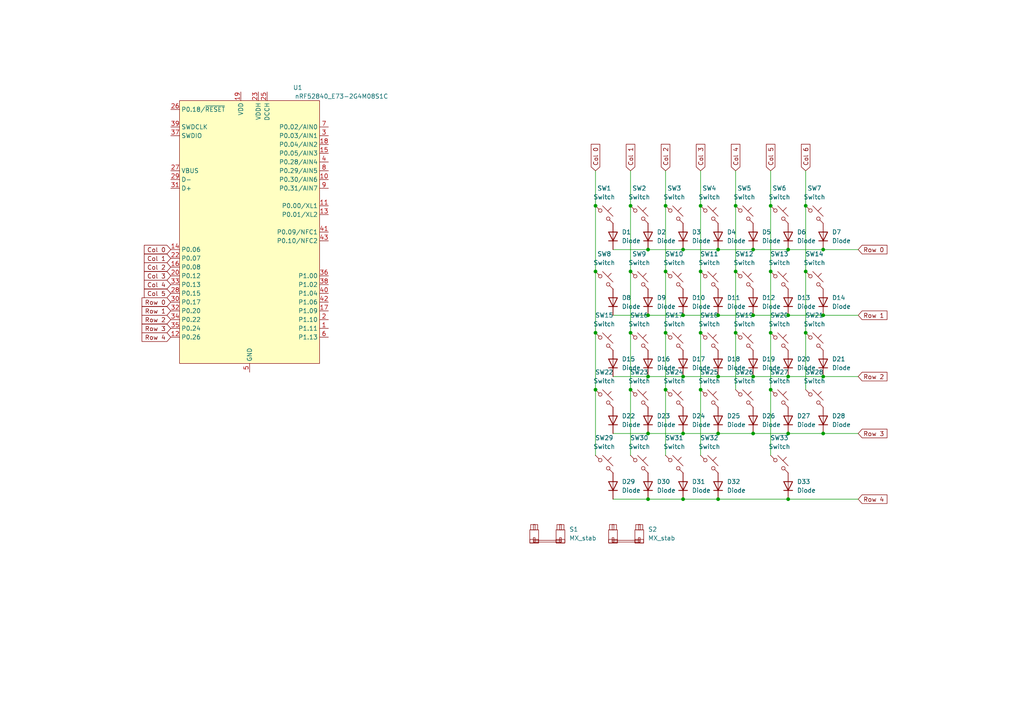
<source format=kicad_sch>
(kicad_sch (version 20231120) (generator "eeschema") (generator_version "8.0")
  (paper "A4")
  (lib_symbols
    (symbol "PCM_marbastlib-mx:MX_stab" (pin_names (offset 1.016))
      (property "Reference" "S" (at -5.08 6.35 0))
      (property "Value" "MX_stab" (at -5.08 3.81 0))
      (symbol "MX_stab_0_1"
        (rectangle (start -5.08 -1.524) (end -2.54 -2.54))
        (rectangle (start -5.08 1.27) (end -2.54 -2.54))
        (rectangle (start -4.826 2.794) (end -2.794 1.27))
        (rectangle (start -4.064 -2.286) (end -3.556 -1.016))
        (rectangle (start -4.064 -1.778) (end 4.064 -2.286))
        (rectangle (start -4.064 1.27) (end -3.556 2.794))
        (rectangle (start 2.54 -1.524) (end 5.08 -2.54))
        (rectangle (start 2.54 1.27) (end 5.08 -2.54))
        (rectangle (start 2.794 2.794) (end 4.826 1.27))
        (rectangle (start 3.556 1.27) (end 4.064 2.794))
        (rectangle (start 4.064 -2.286) (end 3.556 -1.016))
      )
    )
    (symbol "PCM_marbastlib-various:nRF52840_E73-2G4M08S1C"
      (property "Reference" "U" (at 13.97 41.91 0))
      (property "Value" "nRF52840_E73-2G4M08S1C" (at 26.67 39.37 0))
      (symbol "nRF52840_E73-2G4M08S1C_0_0"
        (pin bidirectional line (at 22.86 -27.94 180) (length 2.54) (name "P1.11") (number "1"))
        (pin power_in line (at 22.86 15.24 180) (length 2.54) (name "P0.30/AIN6") (number "10"))
        (pin bidirectional line (at 22.86 7.62 180) (length 2.54) (name "P0.00/XL1") (number "11"))
        (pin bidirectional line (at -22.86 -30.48 0) (length 2.54) (name "P0.26") (number "12"))
        (pin bidirectional line (at 22.86 5.08 180) (length 2.54) (name "P0.01/XL2") (number "13"))
        (pin bidirectional line (at -22.86 -5.08 0) (length 2.54) (name "P0.06") (number "14"))
        (pin bidirectional line (at 22.86 22.86 180) (length 2.54) (name "P0.05/AIN3") (number "15"))
        (pin bidirectional line (at -22.86 -10.16 0) (length 2.54) (name "P0.08") (number "16"))
        (pin bidirectional line (at 22.86 -22.86 180) (length 2.54) (name "P1.09") (number "17"))
        (pin bidirectional line (at 22.86 25.4 180) (length 2.54) (name "P0.04/AIN2") (number "18"))
        (pin bidirectional line (at -2.54 40.64 270) (length 2.54) (name "VDD") (number "19"))
        (pin bidirectional line (at 22.86 -25.4 180) (length 2.54) (name "P1.10") (number "2"))
        (pin bidirectional line (at -22.86 -12.7 0) (length 2.54) (name "P0.12") (number "20"))
        (pin bidirectional line (at -22.86 -7.62 0) (length 2.54) (name "P0.07") (number "22"))
        (pin bidirectional line (at 2.54 40.64 270) (length 2.54) (name "VDDH") (number "23"))
        (pin bidirectional line (at 5.08 40.64 270) (length 2.54) (name "DCCH") (number "25"))
        (pin input line (at -22.86 17.78 0) (length 2.54) (name "VBUS") (number "27"))
        (pin bidirectional line (at -22.86 -17.78 0) (length 2.54) (name "P0.15") (number "28"))
        (pin bidirectional line (at -22.86 15.24 0) (length 2.54) (name "D-") (number "29"))
        (pin bidirectional line (at 22.86 27.94 180) (length 2.54) (name "P0.03/AIN1") (number "3"))
        (pin bidirectional line (at -22.86 -20.32 0) (length 2.54) (name "P0.17") (number "30"))
        (pin bidirectional line (at -22.86 12.7 0) (length 2.54) (name "D+") (number "31"))
        (pin bidirectional line (at -22.86 -22.86 0) (length 2.54) (name "P0.20") (number "32"))
        (pin bidirectional line (at -22.86 -15.24 0) (length 2.54) (name "P0.13") (number "33"))
        (pin bidirectional line (at -22.86 -25.4 0) (length 2.54) (name "P0.22") (number "34"))
        (pin bidirectional line (at -22.86 -27.94 0) (length 2.54) (name "P0.24") (number "35"))
        (pin bidirectional line (at 22.86 -12.7 180) (length 2.54) (name "P1.00") (number "36"))
        (pin bidirectional line (at -22.86 27.94 0) (length 2.54) (name "SWDIO") (number "37"))
        (pin bidirectional line (at 22.86 -15.24 180) (length 2.54) (name "P1.02") (number "38"))
        (pin power_in line (at -22.86 30.48 0) (length 2.54) (name "SWDCLK") (number "39"))
        (pin bidirectional line (at 22.86 20.32 180) (length 2.54) (name "P0.28/AIN4") (number "4"))
        (pin bidirectional line (at 22.86 -17.78 180) (length 2.54) (name "P1.04") (number "40"))
        (pin bidirectional line (at 22.86 0 180) (length 2.54) (name "P0.09/NFC1") (number "41"))
        (pin power_in line (at 22.86 -20.32 180) (length 2.54) (name "P1.06") (number "42"))
        (pin power_in line (at 22.86 -2.54 180) (length 2.54) (name "P0.10/NFC2") (number "43"))
        (pin bidirectional line (at 22.86 -30.48 180) (length 2.54) (name "P1.13") (number "6"))
        (pin bidirectional line (at 22.86 30.48 180) (length 2.54) (name "P0.02/AIN0") (number "7"))
        (pin bidirectional line (at 22.86 17.78 180) (length 2.54) (name "P0.29/AIN5") (number "8"))
        (pin power_in line (at 22.86 12.7 180) (length 2.54) (name "P0.31/AIN7") (number "9"))
      )
      (symbol "nRF52840_E73-2G4M08S1C_0_1"
        (rectangle (start -20.32 38.1) (end 20.32 -38.1) (stroke (width 0.1524)) (fill (type background)))
      )
      (symbol "nRF52840_E73-2G4M08S1C_1_0"
        (pin passive line (at 0 -40.64 90) (length 2.54) hide (name "GND") (number "21"))
        (pin passive line (at 0 -40.64 90) (length 2.54) hide (name "GND") (number "24"))
        (pin bidirectional line (at -22.86 35.56 0) (length 2.54) (name "P0.18/~{RESET}") (number "26"))
        (pin power_in line (at 0 -40.64 90) (length 2.54) (name "GND") (number "5"))
      )
    )
    (symbol "ScottoKeebs:Placeholder_Diode" (pin_numbers hide) (pin_names hide)
      (property "Reference" "D" (at 0 2.54 0))
      (property "Value" "Diode" (at 0 -2.54 0))
      (symbol "Placeholder_Diode_0_1"
        (polyline (pts (xy -1.27 1.27) (xy -1.27 -1.27)) (stroke (width 0.254)))
        (polyline (pts (xy 1.27 0) (xy -1.27 0)))
        (polyline (pts (xy 1.27 1.27) (xy 1.27 -1.27) (xy -1.27 0) (xy 1.27 1.27)) (stroke (width 0.254)))
      )
      (symbol "Placeholder_Diode_1_1"
        (pin passive line (at -3.81 0 0) (length 2.54) (name "K") (number "1"))
        (pin passive line (at 3.81 0 180) (length 2.54) (name "A") (number "2"))
      )
    )
    (symbol "ScottoKeebs:Placeholder_Keyswitch" (pin_numbers hide) (pin_names (offset 1.016) hide)
      (property "Reference" "S" (at 3.048 1.016 0))
      (property "Value" "Keyswitch" (at 0 -3.81 0))
      (symbol "Placeholder_Keyswitch_0_1"
        (circle (center -1.1684 1.1684) (radius 0.508))
        (polyline (pts (xy -0.508 2.54) (xy 2.54 -0.508)))
        (polyline (pts (xy 1.016 1.016) (xy 2.032 2.032)))
        (polyline (pts (xy -2.54 2.54) (xy -1.524 1.524) (xy -1.524 1.524)))
        (polyline (pts (xy 1.524 -1.524) (xy 2.54 -2.54) (xy 2.54 -2.54) (xy 2.54 -2.54)))
        (circle (center 1.143 -1.1938) (radius 0.508))
        (pin passive line (at -2.54 2.54 0) (length 0) (name "1") (number "1"))
        (pin passive line (at 2.54 -2.54 180) (length 0) (name "2") (number "2"))
      )
    )
  )
  (junction (at 203.2 78.74))
  (junction (at 172.72 59.69))
  (junction (at 238.76 125.73))
  (junction (at 187.96 109.22))
  (junction (at 208.28 109.22))
  (junction (at 182.88 78.74))
  (junction (at 203.2 59.69))
  (junction (at 208.28 125.73))
  (junction (at 208.28 144.78))
  (junction (at 238.76 91.44))
  (junction (at 213.36 96.52))
  (junction (at 233.68 78.74))
  (junction (at 228.6 72.39))
  (junction (at 172.72 96.52))
  (junction (at 187.96 91.44))
  (junction (at 182.88 59.69))
  (junction (at 213.36 59.69))
  (junction (at 208.28 91.44))
  (junction (at 218.44 109.22))
  (junction (at 228.6 125.73))
  (junction (at 182.88 113.03))
  (junction (at 223.52 96.52))
  (junction (at 228.6 144.78))
  (junction (at 193.04 113.03))
  (junction (at 172.72 78.74))
  (junction (at 238.76 72.39))
  (junction (at 172.72 113.03))
  (junction (at 218.44 72.39))
  (junction (at 193.04 59.69))
  (junction (at 198.12 72.39))
  (junction (at 203.2 96.52))
  (junction (at 233.68 59.69))
  (junction (at 218.44 91.44))
  (junction (at 238.76 109.22))
  (junction (at 198.12 144.78))
  (junction (at 223.52 113.03))
  (junction (at 193.04 78.74))
  (junction (at 187.96 72.39))
  (junction (at 182.88 96.52))
  (junction (at 228.6 109.22))
  (junction (at 223.52 78.74))
  (junction (at 223.52 59.69))
  (junction (at 198.12 109.22))
  (junction (at 187.96 125.73))
  (junction (at 228.6 91.44))
  (junction (at 203.2 113.03))
  (junction (at 233.68 96.52))
  (junction (at 218.44 125.73))
  (junction (at 208.28 72.39))
  (junction (at 193.04 96.52))
  (junction (at 198.12 125.73))
  (junction (at 213.36 78.74))
  (junction (at 198.12 91.44))
  (junction (at 187.96 144.78))
  (wire (pts (xy 187.96 91.44) (xy 198.12 91.44)))
  (wire (pts (xy 233.68 78.74) (xy 233.68 96.52)))
  (wire (pts (xy 218.44 72.39) (xy 228.6 72.39)))
  (wire (pts (xy 248.92 125.73) (xy 238.76 125.73)))
  (wire (pts (xy 203.2 78.74) (xy 203.2 96.52)))
  (wire (pts (xy 182.88 113.03) (xy 182.88 132.08)))
  (wire (pts (xy 177.8 125.73) (xy 187.96 125.73)))
  (wire (pts (xy 193.04 96.52) (xy 193.04 113.03)))
  (wire (pts (xy 213.36 49.53) (xy 213.36 59.69)))
  (wire (pts (xy 218.44 72.39) (xy 208.28 72.39)))
  (wire (pts (xy 228.6 109.22) (xy 238.76 109.22)))
  (wire (pts (xy 177.8 144.78) (xy 187.96 144.78)))
  (wire (pts (xy 223.52 49.53) (xy 223.52 59.69)))
  (wire (pts (xy 182.88 96.52) (xy 182.88 113.03)))
  (wire (pts (xy 172.72 96.52) (xy 172.72 113.03)))
  (wire (pts (xy 198.12 91.44) (xy 208.28 91.44)))
  (wire (pts (xy 203.2 59.69) (xy 203.2 78.74)))
  (wire (pts (xy 218.44 91.44) (xy 228.6 91.44)))
  (wire (pts (xy 223.52 59.69) (xy 223.52 78.74)))
  (wire (pts (xy 177.8 109.22) (xy 187.96 109.22)))
  (wire (pts (xy 213.36 78.74) (xy 213.36 96.52)))
  (wire (pts (xy 172.72 113.03) (xy 172.72 132.08)))
  (wire (pts (xy 213.36 59.69) (xy 213.36 78.74)))
  (wire (pts (xy 198.12 109.22) (xy 208.28 109.22)))
  (wire (pts (xy 177.8 72.39) (xy 187.96 72.39)))
  (wire (pts (xy 208.28 125.73) (xy 218.44 125.73)))
  (wire (pts (xy 218.44 125.73) (xy 228.6 125.73)))
  (wire (pts (xy 203.2 96.52) (xy 203.2 113.03)))
  (wire (pts (xy 182.88 49.53) (xy 182.88 59.69)))
  (wire (pts (xy 198.12 125.73) (xy 208.28 125.73)))
  (wire (pts (xy 193.04 113.03) (xy 193.04 132.08)))
  (wire (pts (xy 182.88 78.74) (xy 182.88 96.52)))
  (wire (pts (xy 223.52 78.74) (xy 223.52 96.52)))
  (wire (pts (xy 228.6 125.73) (xy 238.76 125.73)))
  (wire (pts (xy 187.96 109.22) (xy 198.12 109.22)))
  (wire (pts (xy 187.96 72.39) (xy 198.12 72.39)))
  (wire (pts (xy 213.36 96.52) (xy 213.36 113.03)))
  (wire (pts (xy 233.68 96.52) (xy 233.68 113.03)))
  (wire (pts (xy 193.04 59.69) (xy 193.04 78.74)))
  (wire (pts (xy 208.28 91.44) (xy 218.44 91.44)))
  (wire (pts (xy 218.44 109.22) (xy 228.6 109.22)))
  (wire (pts (xy 182.88 59.69) (xy 182.88 78.74)))
  (wire (pts (xy 223.52 113.03) (xy 223.52 132.08)))
  (wire (pts (xy 233.68 49.53) (xy 233.68 59.69)))
  (wire (pts (xy 177.8 91.44) (xy 187.96 91.44)))
  (wire (pts (xy 187.96 125.73) (xy 198.12 125.73)))
  (wire (pts (xy 208.28 144.78) (xy 228.6 144.78)))
  (wire (pts (xy 172.72 49.53) (xy 172.72 59.69)))
  (wire (pts (xy 203.2 49.53) (xy 203.2 59.69)))
  (wire (pts (xy 228.6 91.44) (xy 238.76 91.44)))
  (wire (pts (xy 248.92 72.39) (xy 238.76 72.39)))
  (wire (pts (xy 238.76 72.39) (xy 228.6 72.39)))
  (wire (pts (xy 203.2 113.03) (xy 203.2 132.08)))
  (wire (pts (xy 228.6 144.78) (xy 248.92 144.78)))
  (wire (pts (xy 172.72 59.69) (xy 172.72 78.74)))
  (wire (pts (xy 248.92 109.22) (xy 238.76 109.22)))
  (wire (pts (xy 193.04 78.74) (xy 193.04 96.52)))
  (wire (pts (xy 187.96 144.78) (xy 198.12 144.78)))
  (wire (pts (xy 193.04 49.53) (xy 193.04 59.69)))
  (wire (pts (xy 172.72 78.74) (xy 172.72 96.52)))
  (wire (pts (xy 223.52 96.52) (xy 223.52 113.03)))
  (wire (pts (xy 233.68 59.69) (xy 233.68 78.74)))
  (wire (pts (xy 248.92 91.44) (xy 238.76 91.44)))
  (wire (pts (xy 198.12 144.78) (xy 208.28 144.78)))
  (wire (pts (xy 208.28 72.39) (xy 198.12 72.39)))
  (wire (pts (xy 208.28 109.22) (xy 218.44 109.22)))
  (global_label "Row 4" (shape input) (at 248.92 144.78 0) (property "Intersheetrefs" "${INTERSHEET_REFS}" (effects (hide yes))))
  (global_label "Row 3" (shape input) (at 49.53 95.25 180) (property "Intersheetrefs" "${INTERSHEET_REFS}" (effects (hide yes))))
  (global_label "Row 4" (shape input) (at 49.53 97.79 180) (property "Intersheetrefs" "${INTERSHEET_REFS}" (effects (hide yes))))
  (global_label "Col 4" (shape input) (at 49.53 82.55 180) (property "Intersheetrefs" "${INTERSHEET_REFS}" (effects (hide yes))))
  (global_label "Row 0" (shape input) (at 49.53 87.63 180) (property "Intersheetrefs" "${INTERSHEET_REFS}" (effects (hide yes))))
  (global_label "Row 1" (shape input) (at 49.53 90.17 180) (property "Intersheetrefs" "${INTERSHEET_REFS}" (effects (hide yes))))
  (global_label "Row 2" (shape input) (at 248.92 109.22 0) (property "Intersheetrefs" "${INTERSHEET_REFS}" (effects (hide yes))))
  (global_label "Row 2" (shape input) (at 49.53 92.71 180) (property "Intersheetrefs" "${INTERSHEET_REFS}" (effects (hide yes))))
  (global_label "Col 0" (shape input) (at 49.53 72.39 180) (property "Intersheetrefs" "${INTERSHEET_REFS}" (effects (hide yes))))
  (global_label "Col 3" (shape input) (at 49.53 80.01 180) (property "Intersheetrefs" "${INTERSHEET_REFS}" (effects (hide yes))))
  (global_label "Col 2" (shape input) (at 49.53 77.47 180) (property "Intersheetrefs" "${INTERSHEET_REFS}" (effects (hide yes))))
  (global_label "Col 1" (shape input) (at 49.53 74.93 180) (property "Intersheetrefs" "${INTERSHEET_REFS}" (effects (hide yes))))
  (global_label "Col 5" (shape input) (at 223.52 49.53 90) (property "Intersheetrefs" "${INTERSHEET_REFS}" (effects (hide yes))))
  (global_label "Col 0" (shape input) (at 172.72 49.53 90) (property "Intersheetrefs" "${INTERSHEET_REFS}" (effects (hide yes))))
  (global_label "Col 4" (shape input) (at 213.36 49.53 90) (property "Intersheetrefs" "${INTERSHEET_REFS}" (effects (hide yes))))
  (global_label "Col 3" (shape input) (at 203.2 49.53 90) (property "Intersheetrefs" "${INTERSHEET_REFS}" (effects (hide yes))))
  (global_label "Row 0" (shape input) (at 248.92 72.39 0) (property "Intersheetrefs" "${INTERSHEET_REFS}" (effects (hide yes))))
  (global_label "Col 2" (shape input) (at 193.04 49.53 90) (property "Intersheetrefs" "${INTERSHEET_REFS}" (effects (hide yes))))
  (global_label "Col 1" (shape input) (at 182.88 49.53 90) (property "Intersheetrefs" "${INTERSHEET_REFS}" (effects (hide yes))))
  (global_label "Row 1" (shape input) (at 248.92 91.44 0) (property "Intersheetrefs" "${INTERSHEET_REFS}" (effects (hide yes))))
  (global_label "Col 5" (shape input) (at 49.53 85.09 180) (property "Intersheetrefs" "${INTERSHEET_REFS}" (effects (hide yes))))
  (global_label "Row 3" (shape input) (at 248.92 125.73 0) (property "Intersheetrefs" "${INTERSHEET_REFS}" (effects (hide yes))))
  (global_label "Col 6" (shape input) (at 233.68 49.53 90) (property "Intersheetrefs" "${INTERSHEET_REFS}" (effects (hide yes))))
  (symbol (lib_id "ScottoKeebs:Placeholder_Keyswitch") (at 175.26 115.57 0) (unit 1)
    (property "Reference" "SW22" (at 175.26 107.95 0))
    (property "Value" "Switch" (at 175.26 110.49 0))
    (property "Footprint" "eaglevlib-mx:SW_MX_1u" (effects (hide yes)))
    (property "Description" "Push button switch, normally open, two pins, 45° tilted" (effects (hide yes)))
  )
  (symbol (lib_id "ScottoKeebs:Placeholder_Keyswitch") (at 215.9 62.23 0) (unit 1)
    (property "Reference" "SW5" (at 215.9 54.61 0))
    (property "Value" "Switch" (at 215.9 57.15 0))
    (property "Footprint" "eaglevlib-mx:SW_MX_1u" (effects (hide yes)))
    (property "Description" "Push button switch, normally open, two pins, 45° tilted" (effects (hide yes)))
  )
  (symbol (lib_id "ScottoKeebs:Placeholder_Diode") (at 177.8 105.41 90) (unit 1)
    (property "Reference" "D15" (at 180.34 104.1399 90) (effects (justify right)))
    (property "Value" "Diode" (at 180.34 106.6799 90) (effects (justify right)))
    (property "Footprint" "Diode_SMD:D_SOD-123" (effects (hide yes)))
    (property "Description" "1N4148 (DO-35) or 1N4148W (SOD-123)" (effects (hide yes)))
    (property "Sim.Device" "D" (effects (hide yes)))
    (property "Sim.Pins" "1=K 2=A" (effects (hide yes)))
  )
  (symbol (lib_id "ScottoKeebs:Placeholder_Diode") (at 208.28 140.97 90) (unit 1)
    (property "Reference" "D32" (at 210.82 139.6999 90) (effects (justify right)))
    (property "Value" "Diode" (at 210.82 142.2399 90) (effects (justify right)))
    (property "Footprint" "Diode_SMD:D_SOD-123" (effects (hide yes)))
    (property "Description" "1N4148 (DO-35) or 1N4148W (SOD-123)" (effects (hide yes)))
    (property "Sim.Device" "D" (effects (hide yes)))
    (property "Sim.Pins" "1=K 2=A" (effects (hide yes)))
  )
  (symbol (lib_id "ScottoKeebs:Placeholder_Diode") (at 208.28 87.63 90) (unit 1)
    (property "Reference" "D11" (at 210.82 86.3599 90) (effects (justify right)))
    (property "Value" "Diode" (at 210.82 88.8999 90) (effects (justify right)))
    (property "Footprint" "Diode_SMD:D_SOD-123" (effects (hide yes)))
    (property "Description" "1N4148 (DO-35) or 1N4148W (SOD-123)" (effects (hide yes)))
    (property "Sim.Device" "D" (effects (hide yes)))
    (property "Sim.Pins" "1=K 2=A" (effects (hide yes)))
  )
  (symbol (lib_id "ScottoKeebs:Placeholder_Keyswitch") (at 205.74 81.28 0) (unit 1)
    (property "Reference" "SW11" (at 205.74 73.66 0))
    (property "Value" "Switch" (at 205.74 76.2 0))
    (property "Footprint" "eaglevlib-mx:SW_MX_1u" (effects (hide yes)))
    (property "Description" "Push button switch, normally open, two pins, 45° tilted" (effects (hide yes)))
  )
  (symbol (lib_id "ScottoKeebs:Placeholder_Keyswitch") (at 226.06 134.62 0) (unit 1)
    (property "Reference" "SW33" (at 226.06 127 0))
    (property "Value" "Switch" (at 226.06 129.54 0))
    (property "Footprint" "eaglevlib-mx:SW_MX_1u" (effects (hide yes)))
    (property "Description" "Push button switch, normally open, two pins, 45° tilted" (effects (hide yes)))
  )
  (symbol (lib_id "ScottoKeebs:Placeholder_Keyswitch") (at 215.9 81.28 0) (unit 1)
    (property "Reference" "SW12" (at 215.9 73.66 0))
    (property "Value" "Switch" (at 215.9 76.2 0))
    (property "Footprint" "eaglevlib-mx:SW_MX_1u" (effects (hide yes)))
    (property "Description" "Push button switch, normally open, two pins, 45° tilted" (effects (hide yes)))
  )
  (symbol (lib_id "PCM_marbastlib-mx:MX_stab") (at 158.75 154.94 0) (unit 1)
    (property "Reference" "S1" (at 165.1 153.5429 0) (effects (justify left)))
    (property "Value" "MX_stab" (at 165.1 156.0829 0) (effects (justify left)))
    (property "Footprint" "eaglevlib-mx:STAB_MX_2.25u" (effects (hide yes)))
    (property "Description" "Cherry MX-style stabilizer" (effects (hide yes)))
  )
  (symbol (lib_id "ScottoKeebs:Placeholder_Diode") (at 228.6 68.58 90) (unit 1)
    (property "Reference" "D6" (at 231.14 67.3099 90) (effects (justify right)))
    (property "Value" "Diode" (at 231.14 69.8499 90) (effects (justify right)))
    (property "Footprint" "Diode_SMD:D_SOD-123" (effects (hide yes)))
    (property "Description" "1N4148 (DO-35) or 1N4148W (SOD-123)" (effects (hide yes)))
    (property "Sim.Device" "D" (effects (hide yes)))
    (property "Sim.Pins" "1=K 2=A" (effects (hide yes)))
  )
  (symbol (lib_id "ScottoKeebs:Placeholder_Diode") (at 228.6 140.97 90) (unit 1)
    (property "Reference" "D33" (at 231.14 139.6999 90) (effects (justify right)))
    (property "Value" "Diode" (at 231.14 142.2399 90) (effects (justify right)))
    (property "Footprint" "Diode_SMD:D_SOD-123" (effects (hide yes)))
    (property "Description" "1N4148 (DO-35) or 1N4148W (SOD-123)" (effects (hide yes)))
    (property "Sim.Device" "D" (effects (hide yes)))
    (property "Sim.Pins" "1=K 2=A" (effects (hide yes)))
  )
  (symbol (lib_id "ScottoKeebs:Placeholder_Diode") (at 198.12 105.41 90) (unit 1)
    (property "Reference" "D17" (at 200.66 104.1399 90) (effects (justify right)))
    (property "Value" "Diode" (at 200.66 106.6799 90) (effects (justify right)))
    (property "Footprint" "Diode_SMD:D_SOD-123" (effects (hide yes)))
    (property "Description" "1N4148 (DO-35) or 1N4148W (SOD-123)" (effects (hide yes)))
    (property "Sim.Device" "D" (effects (hide yes)))
    (property "Sim.Pins" "1=K 2=A" (effects (hide yes)))
  )
  (symbol (lib_id "ScottoKeebs:Placeholder_Keyswitch") (at 185.42 134.62 0) (unit 1)
    (property "Reference" "SW30" (at 185.42 127 0))
    (property "Value" "Switch" (at 185.42 129.54 0))
    (property "Footprint" "eaglevlib-mx:SW_MX_1.25u" (effects (hide yes)))
    (property "Description" "Push button switch, normally open, two pins, 45° tilted" (effects (hide yes)))
  )
  (symbol (lib_id "ScottoKeebs:Placeholder_Keyswitch") (at 205.74 62.23 0) (unit 1)
    (property "Reference" "SW4" (at 205.74 54.61 0))
    (property "Value" "Switch" (at 205.74 57.15 0))
    (property "Footprint" "eaglevlib-mx:SW_MX_1u" (effects (hide yes)))
    (property "Description" "Push button switch, normally open, two pins, 45° tilted" (effects (hide yes)))
  )
  (symbol (lib_id "ScottoKeebs:Placeholder_Diode") (at 198.12 140.97 90) (unit 1)
    (property "Reference" "D31" (at 200.66 139.6999 90) (effects (justify right)))
    (property "Value" "Diode" (at 200.66 142.2399 90) (effects (justify right)))
    (property "Footprint" "Diode_SMD:D_SOD-123" (effects (hide yes)))
    (property "Description" "1N4148 (DO-35) or 1N4148W (SOD-123)" (effects (hide yes)))
    (property "Sim.Device" "D" (effects (hide yes)))
    (property "Sim.Pins" "1=K 2=A" (effects (hide yes)))
  )
  (symbol (lib_id "ScottoKeebs:Placeholder_Diode") (at 218.44 105.41 90) (unit 1)
    (property "Reference" "D19" (at 220.98 104.1399 90) (effects (justify right)))
    (property "Value" "Diode" (at 220.98 106.6799 90) (effects (justify right)))
    (property "Footprint" "Diode_SMD:D_SOD-123" (effects (hide yes)))
    (property "Description" "1N4148 (DO-35) or 1N4148W (SOD-123)" (effects (hide yes)))
    (property "Sim.Device" "D" (effects (hide yes)))
    (property "Sim.Pins" "1=K 2=A" (effects (hide yes)))
  )
  (symbol (lib_id "ScottoKeebs:Placeholder_Diode") (at 238.76 87.63 90) (unit 1)
    (property "Reference" "D14" (at 241.3 86.3599 90) (effects (justify right)))
    (property "Value" "Diode" (at 241.3 88.8999 90) (effects (justify right)))
    (property "Footprint" "Diode_SMD:D_SOD-123" (effects (hide yes)))
    (property "Description" "1N4148 (DO-35) or 1N4148W (SOD-123)" (effects (hide yes)))
    (property "Sim.Device" "D" (effects (hide yes)))
    (property "Sim.Pins" "1=K 2=A" (effects (hide yes)))
  )
  (symbol (lib_id "ScottoKeebs:Placeholder_Keyswitch") (at 226.06 81.28 0) (unit 1)
    (property "Reference" "SW13" (at 226.06 73.66 0))
    (property "Value" "Switch" (at 226.06 76.2 0))
    (property "Footprint" "eaglevlib-mx:SW_MX_1u" (effects (hide yes)))
    (property "Description" "Push button switch, normally open, two pins, 45° tilted" (effects (hide yes)))
  )
  (symbol (lib_id "ScottoKeebs:Placeholder_Keyswitch") (at 205.74 134.62 0) (unit 1)
    (property "Reference" "SW32" (at 205.74 127 0))
    (property "Value" "Switch" (at 205.74 129.54 0))
    (property "Footprint" "eaglevlib-mx:SW_MX_1.25u" (effects (hide yes)))
    (property "Description" "Push button switch, normally open, two pins, 45° tilted" (effects (hide yes)))
  )
  (symbol (lib_id "ScottoKeebs:Placeholder_Diode") (at 228.6 121.92 90) (unit 1)
    (property "Reference" "D27" (at 231.14 120.6499 90) (effects (justify right)))
    (property "Value" "Diode" (at 231.14 123.1899 90) (effects (justify right)))
    (property "Footprint" "Diode_SMD:D_SOD-123" (effects (hide yes)))
    (property "Description" "1N4148 (DO-35) or 1N4148W (SOD-123)" (effects (hide yes)))
    (property "Sim.Device" "D" (effects (hide yes)))
    (property "Sim.Pins" "1=K 2=A" (effects (hide yes)))
  )
  (symbol (lib_id "ScottoKeebs:Placeholder_Keyswitch") (at 236.22 62.23 0) (unit 1)
    (property "Reference" "SW7" (at 236.22 54.61 0))
    (property "Value" "Switch" (at 236.22 57.15 0))
    (property "Footprint" "eaglevlib-mx:SW_MX_1u" (effects (hide yes)))
    (property "Description" "Push button switch, normally open, two pins, 45° tilted" (effects (hide yes)))
  )
  (symbol (lib_id "ScottoKeebs:Placeholder_Keyswitch") (at 236.22 81.28 0) (unit 1)
    (property "Reference" "SW14" (at 236.22 73.66 0))
    (property "Value" "Switch" (at 236.22 76.2 0))
    (property "Footprint" "eaglevlib-mx:SW_MX_1u" (effects (hide yes)))
    (property "Description" "Push button switch, normally open, two pins, 45° tilted" (effects (hide yes)))
  )
  (symbol (lib_id "ScottoKeebs:Placeholder_Diode") (at 208.28 121.92 90) (unit 1)
    (property "Reference" "D25" (at 210.82 120.6499 90) (effects (justify right)))
    (property "Value" "Diode" (at 210.82 123.1899 90) (effects (justify right)))
    (property "Footprint" "Diode_SMD:D_SOD-123" (effects (hide yes)))
    (property "Description" "1N4148 (DO-35) or 1N4148W (SOD-123)" (effects (hide yes)))
    (property "Sim.Device" "D" (effects (hide yes)))
    (property "Sim.Pins" "1=K 2=A" (effects (hide yes)))
  )
  (symbol (lib_id "PCM_marbastlib-mx:MX_stab") (at 181.61 154.94 0) (unit 1)
    (property "Reference" "S2" (at 187.96 153.5429 0) (effects (justify left)))
    (property "Value" "MX_stab" (at 187.96 156.0829 0) (effects (justify left)))
    (property "Footprint" "eaglevlib-mx:STAB_MX_2.75u" (effects (hide yes)))
    (property "Description" "Cherry MX-style stabilizer" (effects (hide yes)))
  )
  (symbol (lib_id "ScottoKeebs:Placeholder_Keyswitch") (at 215.9 115.57 0) (unit 1)
    (property "Reference" "SW26" (at 215.9 107.95 0))
    (property "Value" "Switch" (at 215.9 110.49 0))
    (property "Footprint" "eaglevlib-mx:SW_MX_1u" (effects (hide yes)))
    (property "Description" "Push button switch, normally open, two pins, 45° tilted" (effects (hide yes)))
  )
  (symbol (lib_id "ScottoKeebs:Placeholder_Diode") (at 187.96 140.97 90) (unit 1)
    (property "Reference" "D30" (at 190.5 139.6999 90) (effects (justify right)))
    (property "Value" "Diode" (at 190.5 142.2399 90) (effects (justify right)))
    (property "Footprint" "Diode_SMD:D_SOD-123" (effects (hide yes)))
    (property "Description" "1N4148 (DO-35) or 1N4148W (SOD-123)" (effects (hide yes)))
    (property "Sim.Device" "D" (effects (hide yes)))
    (property "Sim.Pins" "1=K 2=A" (effects (hide yes)))
  )
  (symbol (lib_id "ScottoKeebs:Placeholder_Keyswitch") (at 226.06 62.23 0) (unit 1)
    (property "Reference" "SW6" (at 226.06 54.61 0))
    (property "Value" "Switch" (at 226.06 57.15 0))
    (property "Footprint" "eaglevlib-mx:SW_MX_1u" (effects (hide yes)))
    (property "Description" "Push button switch, normally open, two pins, 45° tilted" (effects (hide yes)))
  )
  (symbol (lib_id "ScottoKeebs:Placeholder_Keyswitch") (at 205.74 99.06 0) (unit 1)
    (property "Reference" "SW18" (at 205.74 91.44 0))
    (property "Value" "Switch" (at 205.74 93.98 0))
    (property "Footprint" "eaglevlib-mx:SW_MX_1u" (effects (hide yes)))
    (property "Description" "Push button switch, normally open, two pins, 45° tilted" (effects (hide yes)))
  )
  (symbol (lib_id "ScottoKeebs:Placeholder_Diode") (at 198.12 121.92 90) (unit 1)
    (property "Reference" "D24" (at 200.66 120.6499 90) (effects (justify right)))
    (property "Value" "Diode" (at 200.66 123.1899 90) (effects (justify right)))
    (property "Footprint" "Diode_SMD:D_SOD-123" (effects (hide yes)))
    (property "Description" "1N4148 (DO-35) or 1N4148W (SOD-123)" (effects (hide yes)))
    (property "Sim.Device" "D" (effects (hide yes)))
    (property "Sim.Pins" "1=K 2=A" (effects (hide yes)))
  )
  (symbol (lib_id "ScottoKeebs:Placeholder_Diode") (at 187.96 87.63 90) (unit 1)
    (property "Reference" "D9" (at 190.5 86.3599 90) (effects (justify right)))
    (property "Value" "Diode" (at 190.5 88.8999 90) (effects (justify right)))
    (property "Footprint" "Diode_SMD:D_SOD-123" (effects (hide yes)))
    (property "Description" "1N4148 (DO-35) or 1N4148W (SOD-123)" (effects (hide yes)))
    (property "Sim.Device" "D" (effects (hide yes)))
    (property "Sim.Pins" "1=K 2=A" (effects (hide yes)))
  )
  (symbol (lib_id "ScottoKeebs:Placeholder_Diode") (at 218.44 68.58 90) (unit 1)
    (property "Reference" "D5" (at 220.98 67.3099 90) (effects (justify right)))
    (property "Value" "Diode" (at 220.98 69.8499 90) (effects (justify right)))
    (property "Footprint" "Diode_SMD:D_SOD-123" (effects (hide yes)))
    (property "Description" "1N4148 (DO-35) or 1N4148W (SOD-123)" (effects (hide yes)))
    (property "Sim.Device" "D" (effects (hide yes)))
    (property "Sim.Pins" "1=K 2=A" (effects (hide yes)))
  )
  (symbol (lib_id "ScottoKeebs:Placeholder_Diode") (at 218.44 121.92 90) (unit 1)
    (property "Reference" "D26" (at 220.98 120.6499 90) (effects (justify right)))
    (property "Value" "Diode" (at 220.98 123.1899 90) (effects (justify right)))
    (property "Footprint" "Diode_SMD:D_SOD-123" (effects (hide yes)))
    (property "Description" "1N4148 (DO-35) or 1N4148W (SOD-123)" (effects (hide yes)))
    (property "Sim.Device" "D" (effects (hide yes)))
    (property "Sim.Pins" "1=K 2=A" (effects (hide yes)))
  )
  (symbol (lib_id "ScottoKeebs:Placeholder_Keyswitch") (at 215.9 99.06 0) (unit 1)
    (property "Reference" "SW19" (at 215.9 91.44 0))
    (property "Value" "Switch" (at 215.9 93.98 0))
    (property "Footprint" "eaglevlib-mx:SW_MX_1u" (effects (hide yes)))
    (property "Description" "Push button switch, normally open, two pins, 45° tilted" (effects (hide yes)))
  )
  (symbol (lib_id "ScottoKeebs:Placeholder_Diode") (at 198.12 68.58 90) (unit 1)
    (property "Reference" "D3" (at 200.66 67.3099 90) (effects (justify right)))
    (property "Value" "Diode" (at 200.66 69.8499 90) (effects (justify right)))
    (property "Footprint" "Diode_SMD:D_SOD-123" (effects (hide yes)))
    (property "Description" "1N4148 (DO-35) or 1N4148W (SOD-123)" (effects (hide yes)))
    (property "Sim.Device" "D" (effects (hide yes)))
    (property "Sim.Pins" "1=K 2=A" (effects (hide yes)))
  )
  (symbol (lib_id "ScottoKeebs:Placeholder_Diode") (at 177.8 87.63 90) (unit 1)
    (property "Reference" "D8" (at 180.34 86.3599 90) (effects (justify right)))
    (property "Value" "Diode" (at 180.34 88.8999 90) (effects (justify right)))
    (property "Footprint" "Diode_SMD:D_SOD-123" (effects (hide yes)))
    (property "Description" "1N4148 (DO-35) or 1N4148W (SOD-123)" (effects (hide yes)))
    (property "Sim.Device" "D" (effects (hide yes)))
    (property "Sim.Pins" "1=K 2=A" (effects (hide yes)))
  )
  (symbol (lib_id "ScottoKeebs:Placeholder_Diode") (at 208.28 68.58 90) (unit 1)
    (property "Reference" "D4" (at 210.82 67.3099 90) (effects (justify right)))
    (property "Value" "Diode" (at 210.82 69.8499 90) (effects (justify right)))
    (property "Footprint" "Diode_SMD:D_SOD-123" (effects (hide yes)))
    (property "Description" "1N4148 (DO-35) or 1N4148W (SOD-123)" (effects (hide yes)))
    (property "Sim.Device" "D" (effects (hide yes)))
    (property "Sim.Pins" "1=K 2=A" (effects (hide yes)))
  )
  (symbol (lib_id "ScottoKeebs:Placeholder_Keyswitch") (at 185.42 81.28 0) (unit 1)
    (property "Reference" "SW9" (at 185.42 73.66 0))
    (property "Value" "Switch" (at 185.42 76.2 0))
    (property "Footprint" "eaglevlib-mx:SW_MX_1.5u" (effects (hide yes)))
    (property "Description" "Push button switch, normally open, two pins, 45° tilted" (effects (hide yes)))
  )
  (symbol (lib_id "ScottoKeebs:Placeholder_Diode") (at 187.96 105.41 90) (unit 1)
    (property "Reference" "D16" (at 190.5 104.1399 90) (effects (justify right)))
    (property "Value" "Diode" (at 190.5 106.6799 90) (effects (justify right)))
    (property "Footprint" "Diode_SMD:D_SOD-123" (effects (hide yes)))
    (property "Description" "1N4148 (DO-35) or 1N4148W (SOD-123)" (effects (hide yes)))
    (property "Sim.Device" "D" (effects (hide yes)))
    (property "Sim.Pins" "1=K 2=A" (effects (hide yes)))
  )
  (symbol (lib_id "ScottoKeebs:Placeholder_Diode") (at 218.44 87.63 90) (unit 1)
    (property "Reference" "D12" (at 220.98 86.3599 90) (effects (justify right)))
    (property "Value" "Diode" (at 220.98 88.8999 90) (effects (justify right)))
    (property "Footprint" "Diode_SMD:D_SOD-123" (effects (hide yes)))
    (property "Description" "1N4148 (DO-35) or 1N4148W (SOD-123)" (effects (hide yes)))
    (property "Sim.Device" "D" (effects (hide yes)))
    (property "Sim.Pins" "1=K 2=A" (effects (hide yes)))
  )
  (symbol (lib_id "ScottoKeebs:Placeholder_Keyswitch") (at 226.06 115.57 0) (unit 1)
    (property "Reference" "SW27" (at 226.06 107.95 0))
    (property "Value" "Switch" (at 226.06 110.49 0))
    (property "Footprint" "eaglevlib-mx:SW_MX_1u" (effects (hide yes)))
    (property "Description" "Push button switch, normally open, two pins, 45° tilted" (effects (hide yes)))
  )
  (symbol (lib_id "ScottoKeebs:Placeholder_Keyswitch") (at 175.26 62.23 0) (unit 1)
    (property "Reference" "SW1" (at 175.26 54.61 0))
    (property "Value" "Switch" (at 175.26 57.15 0))
    (property "Footprint" "eaglevlib-mx:SW_MX_1u" (effects (hide yes)))
    (property "Description" "Push button switch, normally open, two pins, 45° tilted" (effects (hide yes)))
  )
  (symbol (lib_id "ScottoKeebs:Placeholder_Diode") (at 177.8 121.92 90) (unit 1)
    (property "Reference" "D22" (at 180.34 120.6499 90) (effects (justify right)))
    (property "Value" "Diode" (at 180.34 123.1899 90) (effects (justify right)))
    (property "Footprint" "Diode_SMD:D_SOD-123" (effects (hide yes)))
    (property "Description" "1N4148 (DO-35) or 1N4148W (SOD-123)" (effects (hide yes)))
    (property "Sim.Device" "D" (effects (hide yes)))
    (property "Sim.Pins" "1=K 2=A" (effects (hide yes)))
  )
  (symbol (lib_id "ScottoKeebs:Placeholder_Diode") (at 177.8 140.97 90) (unit 1)
    (property "Reference" "D29" (at 180.34 139.6999 90) (effects (justify right)))
    (property "Value" "Diode" (at 180.34 142.2399 90) (effects (justify right)))
    (property "Footprint" "Diode_SMD:D_SOD-123" (effects (hide yes)))
    (property "Description" "1N4148 (DO-35) or 1N4148W (SOD-123)" (effects (hide yes)))
    (property "Sim.Device" "D" (effects (hide yes)))
    (property "Sim.Pins" "1=K 2=A" (effects (hide yes)))
  )
  (symbol (lib_id "ScottoKeebs:Placeholder_Keyswitch") (at 185.42 62.23 0) (unit 1)
    (property "Reference" "SW2" (at 185.42 54.61 0))
    (property "Value" "Switch" (at 185.42 57.15 0))
    (property "Footprint" "eaglevlib-mx:SW_MX_1u" (effects (hide yes)))
    (property "Description" "Push button switch, normally open, two pins, 45° tilted" (effects (hide yes)))
  )
  (symbol (lib_id "ScottoKeebs:Placeholder_Diode") (at 228.6 105.41 90) (unit 1)
    (property "Reference" "D20" (at 231.14 104.1399 90) (effects (justify right)))
    (property "Value" "Diode" (at 231.14 106.6799 90) (effects (justify right)))
    (property "Footprint" "Diode_SMD:D_SOD-123" (effects (hide yes)))
    (property "Description" "1N4148 (DO-35) or 1N4148W (SOD-123)" (effects (hide yes)))
    (property "Sim.Device" "D" (effects (hide yes)))
    (property "Sim.Pins" "1=K 2=A" (effects (hide yes)))
  )
  (symbol (lib_id "ScottoKeebs:Placeholder_Keyswitch") (at 195.58 81.28 0) (unit 1)
    (property "Reference" "SW10" (at 195.58 73.66 0))
    (property "Value" "Switch" (at 195.58 76.2 0))
    (property "Footprint" "eaglevlib-mx:SW_MX_1u" (effects (hide yes)))
    (property "Description" "Push button switch, normally open, two pins, 45° tilted" (effects (hide yes)))
  )
  (symbol (lib_id "ScottoKeebs:Placeholder_Keyswitch") (at 226.06 99.06 0) (unit 1)
    (property "Reference" "SW20" (at 226.06 91.44 0))
    (property "Value" "Switch" (at 226.06 93.98 0))
    (property "Footprint" "eaglevlib-mx:SW_MX_1u" (effects (hide yes)))
    (property "Description" "Push button switch, normally open, two pins, 45° tilted" (effects (hide yes)))
  )
  (symbol (lib_id "ScottoKeebs:Placeholder_Keyswitch") (at 185.42 115.57 0) (unit 1)
    (property "Reference" "SW23" (at 185.42 107.95 0))
    (property "Value" "Switch" (at 185.42 110.49 0))
    (property "Footprint" "eaglevlib-mx:SW_MX_1u" (effects (hide yes)))
    (property "Description" "Push button switch, normally open, two pins, 45° tilted" (effects (hide yes)))
  )
  (symbol (lib_id "ScottoKeebs:Placeholder_Keyswitch") (at 175.26 99.06 0) (unit 1)
    (property "Reference" "SW15" (at 175.26 91.44 0))
    (property "Value" "Switch" (at 175.26 93.98 0))
    (property "Footprint" "eaglevlib-mx:SW_MX_1u" (effects (hide yes)))
    (property "Description" "Push button switch, normally open, two pins, 45° tilted" (effects (hide yes)))
  )
  (symbol (lib_id "ScottoKeebs:Placeholder_Keyswitch") (at 175.26 134.62 0) (unit 1)
    (property "Reference" "SW29" (at 175.26 127 0))
    (property "Value" "Switch" (at 175.26 129.54 0))
    (property "Footprint" "eaglevlib-mx:SW_MX_1u" (effects (hide yes)))
    (property "Description" "Push button switch, normally open, two pins, 45° tilted" (effects (hide yes)))
  )
  (symbol (lib_id "ScottoKeebs:Placeholder_Keyswitch") (at 175.26 81.28 0) (unit 1)
    (property "Reference" "SW8" (at 175.26 73.66 0))
    (property "Value" "Switch" (at 175.26 76.2 0))
    (property "Footprint" "eaglevlib-mx:SW_MX_1u" (effects (hide yes)))
    (property "Description" "Push button switch, normally open, two pins, 45° tilted" (effects (hide yes)))
  )
  (symbol (lib_id "ScottoKeebs:Placeholder_Diode") (at 238.76 68.58 90) (unit 1)
    (property "Reference" "D7" (at 241.3 67.3099 90) (effects (justify right)))
    (property "Value" "Diode" (at 241.3 69.8499 90) (effects (justify right)))
    (property "Footprint" "Diode_SMD:D_SOD-123" (effects (hide yes)))
    (property "Description" "1N4148 (DO-35) or 1N4148W (SOD-123)" (effects (hide yes)))
    (property "Sim.Device" "D" (effects (hide yes)))
    (property "Sim.Pins" "1=K 2=A" (effects (hide yes)))
  )
  (symbol (lib_id "ScottoKeebs:Placeholder_Diode") (at 238.76 105.41 90) (unit 1)
    (property "Reference" "D21" (at 241.3 104.1399 90) (effects (justify right)))
    (property "Value" "Diode" (at 241.3 106.6799 90) (effects (justify right)))
    (property "Footprint" "Diode_SMD:D_SOD-123" (effects (hide yes)))
    (property "Description" "1N4148 (DO-35) or 1N4148W (SOD-123)" (effects (hide yes)))
    (property "Sim.Device" "D" (effects (hide yes)))
    (property "Sim.Pins" "1=K 2=A" (effects (hide yes)))
  )
  (symbol (lib_id "ScottoKeebs:Placeholder_Keyswitch") (at 185.42 99.06 0) (unit 1)
    (property "Reference" "SW16" (at 185.42 91.44 0))
    (property "Value" "Switch" (at 185.42 93.98 0))
    (property "Footprint" "eaglevlib-mx:SW_MX_CapsLock" (effects (hide yes)))
    (property "Description" "Push button switch, normally open, two pins, 45° tilted" (effects (hide yes)))
  )
  (symbol (lib_id "ScottoKeebs:Placeholder_Diode") (at 228.6 87.63 90) (unit 1)
    (property "Reference" "D13" (at 231.14 86.3599 90) (effects (justify right)))
    (property "Value" "Diode" (at 231.14 88.8999 90) (effects (justify right)))
    (property "Footprint" "Diode_SMD:D_SOD-123" (effects (hide yes)))
    (property "Description" "1N4148 (DO-35) or 1N4148W (SOD-123)" (effects (hide yes)))
    (property "Sim.Device" "D" (effects (hide yes)))
    (property "Sim.Pins" "1=K 2=A" (effects (hide yes)))
  )
  (symbol (lib_id "ScottoKeebs:Placeholder_Keyswitch") (at 195.58 99.06 0) (unit 1)
    (property "Reference" "SW17" (at 195.58 91.44 0))
    (property "Value" "Switch" (at 195.58 93.98 0))
    (property "Footprint" "eaglevlib-mx:SW_MX_1u" (effects (hide yes)))
    (property "Description" "Push button switch, normally open, two pins, 45° tilted" (effects (hide yes)))
  )
  (symbol (lib_id "ScottoKeebs:Placeholder_Keyswitch") (at 195.58 134.62 0) (unit 1)
    (property "Reference" "SW31" (at 195.58 127 0))
    (property "Value" "Switch" (at 195.58 129.54 0))
    (property "Footprint" "eaglevlib-mx:SW_MX_1.25u" (effects (hide yes)))
    (property "Description" "Push button switch, normally open, two pins, 45° tilted" (effects (hide yes)))
  )
  (symbol (lib_id "ScottoKeebs:Placeholder_Keyswitch") (at 205.74 115.57 0) (unit 1)
    (property "Reference" "SW25" (at 205.74 107.95 0))
    (property "Value" "Switch" (at 205.74 110.49 0))
    (property "Footprint" "eaglevlib-mx:SW_MX_1u" (effects (hide yes)))
    (property "Description" "Push button switch, normally open, two pins, 45° tilted" (effects (hide yes)))
  )
  (symbol (lib_id "ScottoKeebs:Placeholder_Keyswitch") (at 195.58 62.23 0) (unit 1)
    (property "Reference" "SW3" (at 195.58 54.61 0))
    (property "Value" "Switch" (at 195.58 57.15 0))
    (property "Footprint" "eaglevlib-mx:SW_MX_1u" (effects (hide yes)))
    (property "Description" "Push button switch, normally open, two pins, 45° tilted" (effects (hide yes)))
  )
  (symbol (lib_id "ScottoKeebs:Placeholder_Diode") (at 187.96 68.58 90) (unit 1)
    (property "Reference" "D2" (at 190.5 67.3099 90) (effects (justify right)))
    (property "Value" "Diode" (at 190.5 69.8499 90) (effects (justify right)))
    (property "Footprint" "Diode_SMD:D_SOD-123" (effects (hide yes)))
    (property "Description" "1N4148 (DO-35) or 1N4148W (SOD-123)" (effects (hide yes)))
    (property "Sim.Device" "D" (effects (hide yes)))
    (property "Sim.Pins" "1=K 2=A" (effects (hide yes)))
  )
  (symbol (lib_id "ScottoKeebs:Placeholder_Diode") (at 187.96 121.92 90) (unit 1)
    (property "Reference" "D23" (at 190.5 120.6499 90) (effects (justify right)))
    (property "Value" "Diode" (at 190.5 123.1899 90) (effects (justify right)))
    (property "Footprint" "Diode_SMD:D_SOD-123" (effects (hide yes)))
    (property "Description" "1N4148 (DO-35) or 1N4148W (SOD-123)" (effects (hide yes)))
    (property "Sim.Device" "D" (effects (hide yes)))
    (property "Sim.Pins" "1=K 2=A" (effects (hide yes)))
  )
  (symbol (lib_id "ScottoKeebs:Placeholder_Keyswitch") (at 236.22 115.57 0) (unit 1)
    (property "Reference" "SW28" (at 236.22 107.95 0))
    (property "Value" "Switch" (at 236.22 110.49 0))
    (property "Footprint" "eaglevlib-mx:SW_MX_1u" (effects (hide yes)))
    (property "Description" "Push button switch, normally open, two pins, 45° tilted" (effects (hide yes)))
  )
  (symbol (lib_id "PCM_marbastlib-various:nRF52840_E73-2G4M08S1C") (at 72.39 67.31 0) (unit 1)
    (property "Reference" "U1" (at 86.36 25.4 0))
    (property "Value" "nRF52840_E73-2G4M08S1C" (at 99.06 27.94 0))
    (property "Footprint" "PCM_marbastlib-various:nRF52840_E73-2G4M08S1C" (effects (hide yes)))
    (property "Datasheet" "https://www.ebyte.com/en/downpdf.aspx?id=445" (effects (hide yes)))
    (property "Description" "nRF52840 BT LE module" (effects (hide yes)))
    (property "LCSC" "C356849" (effects (hide yes)))
  )
  (symbol (lib_id "ScottoKeebs:Placeholder_Diode") (at 198.12 87.63 90) (unit 1)
    (property "Reference" "D10" (at 200.66 86.3599 90) (effects (justify right)))
    (property "Value" "Diode" (at 200.66 88.8999 90) (effects (justify right)))
    (property "Footprint" "Diode_SMD:D_SOD-123" (effects (hide yes)))
    (property "Description" "1N4148 (DO-35) or 1N4148W (SOD-123)" (effects (hide yes)))
    (property "Sim.Device" "D" (effects (hide yes)))
    (property "Sim.Pins" "1=K 2=A" (effects (hide yes)))
  )
  (symbol (lib_id "ScottoKeebs:Placeholder_Diode") (at 208.28 105.41 90) (unit 1)
    (property "Reference" "D18" (at 210.82 104.1399 90) (effects (justify right)))
    (property "Value" "Diode" (at 210.82 106.6799 90) (effects (justify right)))
    (property "Footprint" "Diode_SMD:D_SOD-123" (effects (hide yes)))
    (property "Description" "1N4148 (DO-35) or 1N4148W (SOD-123)" (effects (hide yes)))
    (property "Sim.Device" "D" (effects (hide yes)))
    (property "Sim.Pins" "1=K 2=A" (effects (hide yes)))
  )
  (symbol (lib_id "ScottoKeebs:Placeholder_Diode") (at 238.76 121.92 90) (unit 1)
    (property "Reference" "D28" (at 241.3 120.6499 90) (effects (justify right)))
    (property "Value" "Diode" (at 241.3 123.1899 90) (effects (justify right)))
    (property "Footprint" "Diode_SMD:D_SOD-123" (effects (hide yes)))
    (property "Description" "1N4148 (DO-35) or 1N4148W (SOD-123)" (effects (hide yes)))
    (property "Sim.Device" "D" (effects (hide yes)))
    (property "Sim.Pins" "1=K 2=A" (effects (hide yes)))
  )
  (symbol (lib_id "ScottoKeebs:Placeholder_Keyswitch") (at 195.58 115.57 0) (unit 1)
    (property "Reference" "SW24" (at 195.58 107.95 0))
    (property "Value" "Switch" (at 195.58 110.49 0))
    (property "Footprint" "eaglevlib-mx:SW_MX_1u" (effects (hide yes)))
    (property "Description" "Push button switch, normally open, two pins, 45° tilted" (effects (hide yes)))
  )
  (symbol (lib_id "ScottoKeebs:Placeholder_Keyswitch") (at 236.22 99.06 0) (unit 1)
    (property "Reference" "SW21" (at 236.22 91.44 0))
    (property "Value" "Switch" (at 236.22 93.98 0))
    (property "Footprint" "eaglevlib-mx:SW_MX_1u" (effects (hide yes)))
    (property "Description" "Push button switch, normally open, two pins, 45° tilted" (effects (hide yes)))
  )
  (symbol (lib_id "ScottoKeebs:Placeholder_Diode") (at 177.8 68.58 90) (unit 1)
    (property "Reference" "D1" (at 180.34 67.3099 90) (effects (justify right)))
    (property "Value" "Diode" (at 180.34 69.8499 90) (effects (justify right)))
    (property "Footprint" "Diode_SMD:D_SOD-123" (effects (hide yes)))
    (property "Description" "1N4148 (DO-35) or 1N4148W (SOD-123)" (effects (hide yes)))
    (property "Sim.Device" "D" (effects (hide yes)))
    (property "Sim.Pins" "1=K 2=A" (effects (hide yes)))
  )
)
</source>
